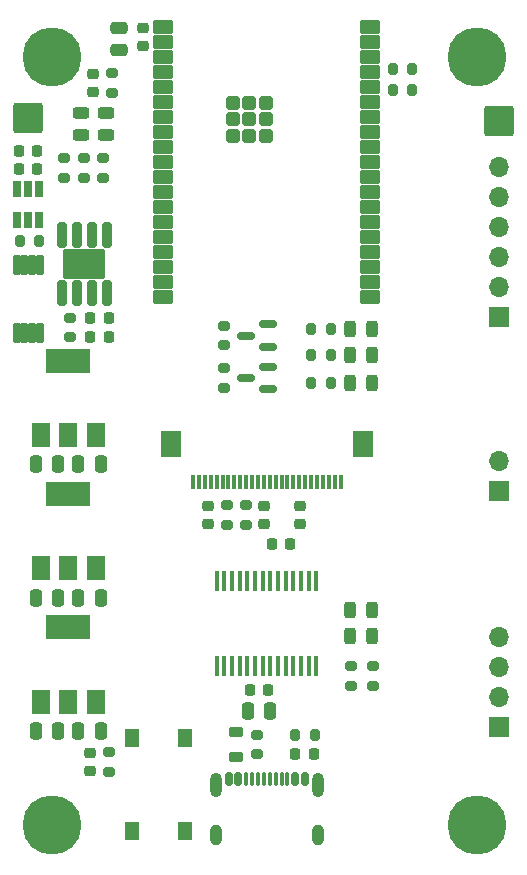
<source format=gts>
G04 #@! TF.GenerationSoftware,KiCad,Pcbnew,7.0.9*
G04 #@! TF.CreationDate,2024-01-11T22:43:50+01:00*
G04 #@! TF.ProjectId,CameraV1,43616d65-7261-4563-912e-6b696361645f,rev?*
G04 #@! TF.SameCoordinates,Original*
G04 #@! TF.FileFunction,Soldermask,Top*
G04 #@! TF.FilePolarity,Negative*
%FSLAX46Y46*%
G04 Gerber Fmt 4.6, Leading zero omitted, Abs format (unit mm)*
G04 Created by KiCad (PCBNEW 7.0.9) date 2024-01-11 22:43:50*
%MOMM*%
%LPD*%
G01*
G04 APERTURE LIST*
G04 Aperture macros list*
%AMRoundRect*
0 Rectangle with rounded corners*
0 $1 Rounding radius*
0 $2 $3 $4 $5 $6 $7 $8 $9 X,Y pos of 4 corners*
0 Add a 4 corners polygon primitive as box body*
4,1,4,$2,$3,$4,$5,$6,$7,$8,$9,$2,$3,0*
0 Add four circle primitives for the rounded corners*
1,1,$1+$1,$2,$3*
1,1,$1+$1,$4,$5*
1,1,$1+$1,$6,$7*
1,1,$1+$1,$8,$9*
0 Add four rect primitives between the rounded corners*
20,1,$1+$1,$2,$3,$4,$5,0*
20,1,$1+$1,$4,$5,$6,$7,0*
20,1,$1+$1,$6,$7,$8,$9,0*
20,1,$1+$1,$8,$9,$2,$3,0*%
G04 Aperture macros list end*
%ADD10RoundRect,0.225000X-0.250000X0.225000X-0.250000X-0.225000X0.250000X-0.225000X0.250000X0.225000X0*%
%ADD11RoundRect,0.225000X0.225000X0.250000X-0.225000X0.250000X-0.225000X-0.250000X0.225000X-0.250000X0*%
%ADD12RoundRect,0.225000X-0.225000X-0.250000X0.225000X-0.250000X0.225000X0.250000X-0.225000X0.250000X0*%
%ADD13RoundRect,0.243750X-0.243750X-0.456250X0.243750X-0.456250X0.243750X0.456250X-0.243750X0.456250X0*%
%ADD14RoundRect,0.200000X-0.275000X0.200000X-0.275000X-0.200000X0.275000X-0.200000X0.275000X0.200000X0*%
%ADD15RoundRect,0.200000X0.275000X-0.200000X0.275000X0.200000X-0.275000X0.200000X-0.275000X-0.200000X0*%
%ADD16RoundRect,0.250000X-0.250000X-0.475000X0.250000X-0.475000X0.250000X0.475000X-0.250000X0.475000X0*%
%ADD17R,1.700000X1.700000*%
%ADD18O,1.700000X1.700000*%
%ADD19RoundRect,0.200000X-0.200000X-0.275000X0.200000X-0.275000X0.200000X0.275000X-0.200000X0.275000X0*%
%ADD20RoundRect,0.144000X0.258000X-0.943000X0.258000X0.943000X-0.258000X0.943000X-0.258000X-0.943000X0*%
%ADD21RoundRect,0.102000X1.651000X-1.206500X1.651000X1.206500X-1.651000X1.206500X-1.651000X-1.206500X0*%
%ADD22R,0.300000X1.300000*%
%ADD23R,1.800000X2.200000*%
%ADD24R,1.300000X1.550000*%
%ADD25R,1.500000X2.000000*%
%ADD26R,3.800000X2.000000*%
%ADD27RoundRect,0.122000X0.180000X-0.760000X0.180000X0.760000X-0.180000X0.760000X-0.180000X-0.760000X0*%
%ADD28RoundRect,0.150000X0.587500X0.150000X-0.587500X0.150000X-0.587500X-0.150000X0.587500X-0.150000X0*%
%ADD29RoundRect,0.102000X-0.275000X-0.600000X0.275000X-0.600000X0.275000X0.600000X-0.275000X0.600000X0*%
%ADD30RoundRect,0.218750X0.381250X-0.218750X0.381250X0.218750X-0.381250X0.218750X-0.381250X-0.218750X0*%
%ADD31C,2.900000*%
%ADD32C,5.000000*%
%ADD33RoundRect,0.250000X0.250000X0.475000X-0.250000X0.475000X-0.250000X-0.475000X0.250000X-0.475000X0*%
%ADD34RoundRect,0.150000X-0.150000X-0.425000X0.150000X-0.425000X0.150000X0.425000X-0.150000X0.425000X0*%
%ADD35RoundRect,0.075000X-0.075000X-0.500000X0.075000X-0.500000X0.075000X0.500000X-0.075000X0.500000X0*%
%ADD36O,1.000000X2.100000*%
%ADD37O,1.000000X1.800000*%
%ADD38RoundRect,0.225000X0.250000X-0.225000X0.250000X0.225000X-0.250000X0.225000X-0.250000X-0.225000X0*%
%ADD39R,0.450000X1.750000*%
%ADD40RoundRect,0.249999X-1.025001X-1.025001X1.025001X-1.025001X1.025001X1.025001X-1.025001X1.025001X0*%
%ADD41RoundRect,0.200000X0.200000X0.275000X-0.200000X0.275000X-0.200000X-0.275000X0.200000X-0.275000X0*%
%ADD42RoundRect,0.250000X0.475000X-0.250000X0.475000X0.250000X-0.475000X0.250000X-0.475000X-0.250000X0*%
%ADD43RoundRect,0.243750X0.456250X-0.243750X0.456250X0.243750X-0.456250X0.243750X-0.456250X-0.243750X0*%
%ADD44RoundRect,0.102000X-0.750000X-0.450000X0.750000X-0.450000X0.750000X0.450000X-0.750000X0.450000X0*%
%ADD45RoundRect,0.102000X-0.450000X-0.450000X0.450000X-0.450000X0.450000X0.450000X-0.450000X0.450000X0*%
G04 APERTURE END LIST*
D10*
X102200000Y-119925000D03*
X102200000Y-121475000D03*
D11*
X103810000Y-83100000D03*
X102260000Y-83100000D03*
D12*
X115750000Y-114600000D03*
X117300000Y-114600000D03*
D13*
X124212500Y-110000000D03*
X126087500Y-110000000D03*
D14*
X103800000Y-119875000D03*
X103800000Y-121525000D03*
X113600000Y-83775000D03*
X113600000Y-85425000D03*
D15*
X101700000Y-71250000D03*
X101700000Y-69600000D03*
D12*
X96200000Y-69000000D03*
X97750000Y-69000000D03*
D16*
X97650000Y-118100000D03*
X99550000Y-118100000D03*
D17*
X136900000Y-97775000D03*
D18*
X136900000Y-95235000D03*
D19*
X120975000Y-86200000D03*
X122625000Y-86200000D03*
D20*
X99830000Y-81000000D03*
X101100000Y-81000000D03*
X102370000Y-81000000D03*
X103640000Y-81000000D03*
X103640000Y-76050000D03*
X102370000Y-76050000D03*
X101100000Y-76050000D03*
X99830000Y-76050000D03*
D21*
X101735000Y-78525000D03*
D22*
X123450000Y-97000000D03*
X122950000Y-97000000D03*
X122450000Y-97000000D03*
X121950000Y-97000000D03*
X121450000Y-97000000D03*
X120950000Y-97000000D03*
X120450000Y-97000000D03*
X119950000Y-97000000D03*
X119450000Y-97000000D03*
X118950000Y-97000000D03*
X118450000Y-97000000D03*
X117950000Y-97000000D03*
X117450000Y-97000000D03*
X116950000Y-97000000D03*
X116450000Y-97000000D03*
X115950000Y-97000000D03*
X115450000Y-97000000D03*
X114950000Y-97000000D03*
X114450000Y-97000000D03*
X113950000Y-97000000D03*
X113450000Y-97000000D03*
X112950000Y-97000000D03*
X112450000Y-97000000D03*
X111950000Y-97000000D03*
X111450000Y-97000000D03*
X110950000Y-97000000D03*
D23*
X125350000Y-93750000D03*
X109050000Y-93750000D03*
D24*
X105750000Y-126575000D03*
X105750000Y-118625000D03*
X110250000Y-126575000D03*
X110250000Y-118625000D03*
D25*
X98100000Y-104300000D03*
X100400000Y-104300000D03*
D26*
X100400000Y-98000000D03*
D25*
X102700000Y-104300000D03*
D27*
X96025000Y-84380000D03*
X96675000Y-84380000D03*
X97325000Y-84380000D03*
X97975000Y-84380000D03*
X97975000Y-78620000D03*
X97325000Y-78620000D03*
X96675000Y-78620000D03*
X96025000Y-78620000D03*
D17*
X136900000Y-117700000D03*
D18*
X136900000Y-115160000D03*
X136900000Y-112620000D03*
X136900000Y-110080000D03*
D28*
X117337500Y-89150000D03*
X117337500Y-87250000D03*
X115462500Y-88200000D03*
D15*
X115400000Y-100625000D03*
X115400000Y-98975000D03*
D19*
X120975000Y-84000000D03*
X122625000Y-84000000D03*
D29*
X96050000Y-74800000D03*
X97000000Y-74800000D03*
X97950000Y-74800000D03*
X97950000Y-72200000D03*
X97000000Y-72200000D03*
X96050000Y-72200000D03*
D30*
X114600000Y-120262500D03*
X114600000Y-118137500D03*
D16*
X97650000Y-106800000D03*
X99550000Y-106800000D03*
D31*
X99000000Y-61000000D03*
D32*
X99000000Y-61000000D03*
D25*
X98100000Y-115600000D03*
X100400000Y-115600000D03*
D26*
X100400000Y-109300000D03*
D25*
X102700000Y-115600000D03*
D11*
X103810000Y-84700000D03*
X102260000Y-84700000D03*
D13*
X124262500Y-84000000D03*
X126137500Y-84000000D03*
D33*
X103150000Y-106800000D03*
X101250000Y-106800000D03*
D14*
X113600000Y-87375000D03*
X113600000Y-89025000D03*
D34*
X114000000Y-122100000D03*
X114800000Y-122100000D03*
D35*
X115950000Y-122100000D03*
X116950000Y-122100000D03*
X117450000Y-122100000D03*
X118450000Y-122100000D03*
D34*
X119600000Y-122100000D03*
X120400000Y-122100000D03*
X120400000Y-122100000D03*
X119600000Y-122100000D03*
D35*
X118950000Y-122100000D03*
X117950000Y-122100000D03*
X116450000Y-122100000D03*
X115450000Y-122100000D03*
D34*
X114800000Y-122100000D03*
X114000000Y-122100000D03*
D36*
X112880000Y-122675000D03*
D37*
X112880000Y-126855000D03*
D36*
X121520000Y-122675000D03*
D37*
X121520000Y-126855000D03*
D38*
X117000000Y-100575000D03*
X117000000Y-99025000D03*
D15*
X116400000Y-120025000D03*
X116400000Y-118375000D03*
D13*
X124212500Y-107800000D03*
X126087500Y-107800000D03*
D14*
X113800000Y-98975000D03*
X113800000Y-100625000D03*
D19*
X119600000Y-118400000D03*
X121250000Y-118400000D03*
D38*
X106700000Y-60075000D03*
X106700000Y-58525000D03*
D13*
X124262500Y-88600000D03*
X126137500Y-88600000D03*
D17*
X136900000Y-83000000D03*
D18*
X136900000Y-80460000D03*
X136900000Y-77920000D03*
X136900000Y-75380000D03*
X136900000Y-72840000D03*
X136900000Y-70300000D03*
D19*
X120975000Y-88600000D03*
X122625000Y-88600000D03*
D39*
X121400000Y-105400000D03*
X120750000Y-105400000D03*
X120100000Y-105400000D03*
X119450000Y-105400000D03*
X118800000Y-105400000D03*
X118150000Y-105400000D03*
X117500000Y-105400000D03*
X116850000Y-105400000D03*
X116200000Y-105400000D03*
X115550000Y-105400000D03*
X114900000Y-105400000D03*
X114250000Y-105400000D03*
X113600000Y-105400000D03*
X112950000Y-105400000D03*
X112950000Y-112600000D03*
X113600000Y-112600000D03*
X114250000Y-112600000D03*
X114900000Y-112600000D03*
X115550000Y-112600000D03*
X116200000Y-112600000D03*
X116850000Y-112600000D03*
X117500000Y-112600000D03*
X118150000Y-112600000D03*
X118800000Y-112600000D03*
X119450000Y-112600000D03*
X120100000Y-112600000D03*
X120750000Y-112600000D03*
X121400000Y-112600000D03*
D40*
X136900000Y-66400000D03*
D12*
X96225000Y-70500000D03*
X97775000Y-70500000D03*
D15*
X103300000Y-71250000D03*
X103300000Y-69600000D03*
D11*
X119175000Y-102200000D03*
X117625000Y-102200000D03*
D16*
X115600000Y-116400000D03*
X117500000Y-116400000D03*
D31*
X135000000Y-126000000D03*
D32*
X135000000Y-126000000D03*
D31*
X135000000Y-61000000D03*
D32*
X135000000Y-61000000D03*
D14*
X126150000Y-112575000D03*
X126150000Y-114225000D03*
D40*
X97000000Y-66200000D03*
D15*
X100000000Y-71225000D03*
X100000000Y-69575000D03*
D38*
X102525000Y-64000000D03*
X102525000Y-62450000D03*
X120000000Y-100575000D03*
X120000000Y-99025000D03*
D33*
X103150000Y-95500000D03*
X101250000Y-95500000D03*
D41*
X129525000Y-62030000D03*
X127875000Y-62030000D03*
D13*
X124262500Y-86200000D03*
X126137500Y-86200000D03*
D31*
X99000000Y-126000000D03*
D32*
X99000000Y-126000000D03*
D14*
X100535000Y-83075000D03*
X100535000Y-84725000D03*
D41*
X129525000Y-63800000D03*
X127875000Y-63800000D03*
D33*
X103150000Y-118100000D03*
X101250000Y-118100000D03*
D28*
X117337500Y-85550000D03*
X117337500Y-83650000D03*
X115462500Y-84600000D03*
D42*
X104700000Y-60450000D03*
X104700000Y-58550000D03*
D25*
X98100000Y-93050000D03*
X100400000Y-93050000D03*
D26*
X100400000Y-86750000D03*
D25*
X102700000Y-93050000D03*
D14*
X124350000Y-112575000D03*
X124350000Y-114225000D03*
D41*
X97925000Y-76600000D03*
X96275000Y-76600000D03*
D12*
X119625000Y-120000000D03*
X121175000Y-120000000D03*
D43*
X101500000Y-67637500D03*
X101500000Y-65762500D03*
D16*
X97650000Y-95500000D03*
X99550000Y-95500000D03*
D14*
X104125000Y-62375000D03*
X104125000Y-64025000D03*
D10*
X112200000Y-99025000D03*
X112200000Y-100575000D03*
D43*
X103600000Y-67637500D03*
X103600000Y-65762500D03*
D44*
X108450000Y-58490000D03*
X108450000Y-59760000D03*
X108450000Y-61030000D03*
X108450000Y-62300000D03*
X108450000Y-63570000D03*
X108450000Y-64840000D03*
X108450000Y-66110000D03*
X108450000Y-67380000D03*
X108450000Y-68650000D03*
X108450000Y-69920000D03*
X108450000Y-71190000D03*
X108450000Y-72460000D03*
X108450000Y-73730000D03*
X108450000Y-75000000D03*
X108450000Y-76270000D03*
X108450000Y-77540000D03*
X108450000Y-78810000D03*
X108450000Y-80080000D03*
X108450000Y-81350000D03*
X125950000Y-81350000D03*
X125950000Y-80080000D03*
X125950000Y-78810000D03*
X125950000Y-77540000D03*
X125950000Y-76270000D03*
X125950000Y-75000000D03*
X125950000Y-73730000D03*
X125950000Y-72460000D03*
X125950000Y-71190000D03*
X125950000Y-69920000D03*
X125950000Y-68650000D03*
X125950000Y-67380000D03*
X125950000Y-66110000D03*
X125950000Y-64840000D03*
X125950000Y-63570000D03*
X125950000Y-62300000D03*
X125950000Y-61030000D03*
X125950000Y-59760000D03*
X125950000Y-58490000D03*
D45*
X114300000Y-64890000D03*
X115700000Y-64890000D03*
X117100000Y-64890000D03*
X114300000Y-66290000D03*
X115700000Y-66290000D03*
X117100000Y-66290000D03*
X114300000Y-67690000D03*
X115700000Y-67690000D03*
X117100000Y-67690000D03*
M02*

</source>
